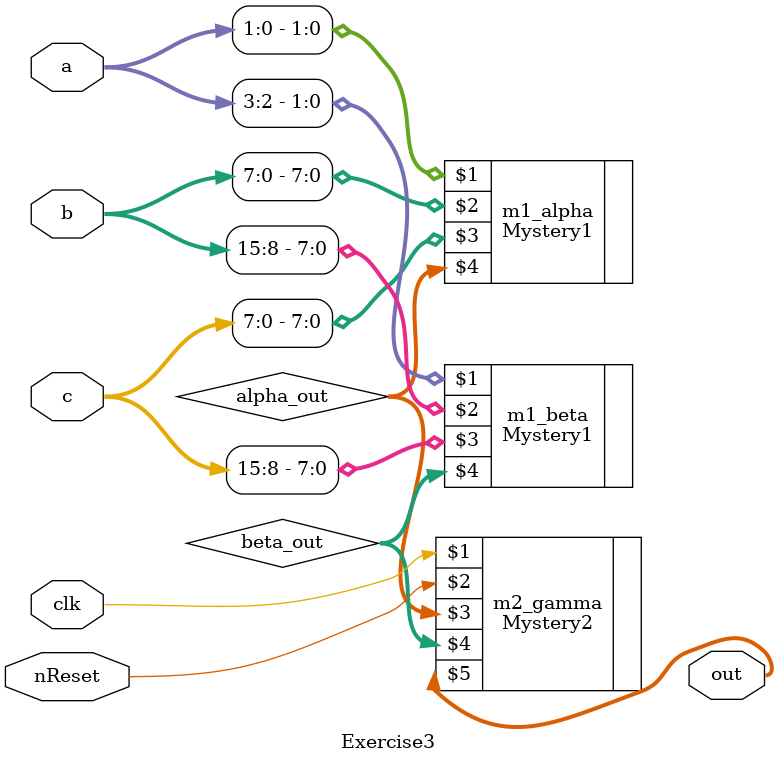
<source format=sv>
module Exercise3 (
    input clk,
    input nReset,
    input [3:0] a,
    input [15:0] b,
    input [15:0] c,
    output [15:0] out
);
wire [7:0] alpha_out, beta_out;
Mystery1 m1_alpha(a[1:0], b[7:0], c[7:0], alpha_out);
Mystery1 m1_beta(a[3:2], b[15:8], c[15:8], beta_out);
Mystery2 m2_gamma(clk, nReset, alpha_out, beta_out, out);


endmodule

</source>
